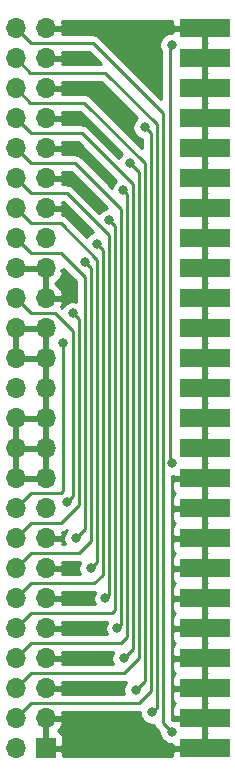
<source format=gbr>
%TF.GenerationSoftware,KiCad,Pcbnew,(5.1.8-0-10_14)*%
%TF.CreationDate,2021-06-08T16:32:41-06:00*%
%TF.ProjectId,scsi-50-flipper,73637369-2d35-4302-9d66-6c6970706572,rev?*%
%TF.SameCoordinates,Original*%
%TF.FileFunction,Copper,L1,Top*%
%TF.FilePolarity,Positive*%
%FSLAX46Y46*%
G04 Gerber Fmt 4.6, Leading zero omitted, Abs format (unit mm)*
G04 Created by KiCad (PCBNEW (5.1.8-0-10_14)) date 2021-06-08 16:32:41*
%MOMM*%
%LPD*%
G01*
G04 APERTURE LIST*
%TA.AperFunction,SMDPad,CuDef*%
%ADD10R,4.250000X1.524000*%
%TD*%
%TA.AperFunction,ComponentPad*%
%ADD11O,1.700000X1.700000*%
%TD*%
%TA.AperFunction,ComponentPad*%
%ADD12R,1.700000X1.700000*%
%TD*%
%TA.AperFunction,ViaPad*%
%ADD13C,0.800000*%
%TD*%
%TA.AperFunction,Conductor*%
%ADD14C,0.250000*%
%TD*%
%TA.AperFunction,Conductor*%
%ADD15C,0.254000*%
%TD*%
%TA.AperFunction,Conductor*%
%ADD16C,0.100000*%
%TD*%
G04 APERTURE END LIST*
D10*
%TO.P,J2,49*%
%TO.N,GND*%
X135890000Y-129286000D03*
%TO.P,J2,47*%
X135890000Y-126746000D03*
%TO.P,J2,45*%
X135890000Y-124206000D03*
%TO.P,J2,43*%
X135890000Y-121666000D03*
%TO.P,J2,41*%
X135890000Y-119126000D03*
%TO.P,J2,39*%
X135890000Y-116586000D03*
%TO.P,J2,37*%
X135890000Y-114046000D03*
%TO.P,J2,35*%
X135890000Y-111506000D03*
%TO.P,J2,33*%
X135890000Y-108966000D03*
%TO.P,J2,31*%
X135890000Y-106426000D03*
%TO.P,J2,29*%
X135890000Y-103886000D03*
%TO.P,J2,27*%
X135890000Y-101346000D03*
%TO.P,J2,25*%
X135890000Y-98806000D03*
%TO.P,J2,23*%
X135890000Y-96266000D03*
%TO.P,J2,21*%
X135890000Y-93726000D03*
%TO.P,J2,19*%
X135890000Y-91186000D03*
%TO.P,J2,17*%
X135890000Y-88646000D03*
%TO.P,J2,15*%
X135890000Y-86106000D03*
%TO.P,J2,13*%
X135890000Y-83566000D03*
%TO.P,J2,11*%
X135890000Y-81026000D03*
%TO.P,J2,9*%
X135890000Y-78486000D03*
%TO.P,J2,7*%
X135890000Y-75946000D03*
%TO.P,J2,5*%
X135890000Y-73406000D03*
%TO.P,J2,3*%
X135890000Y-70866000D03*
%TO.P,J2,1*%
X135890000Y-68326000D03*
%TD*%
D11*
%TO.P,J1,50*%
%TO.N,Net-(J1-Pad50)*%
X119888000Y-68326000D03*
%TO.P,J1,49*%
%TO.N,GND*%
X122428000Y-68326000D03*
%TO.P,J1,48*%
%TO.N,Net-(J1-Pad48)*%
X119888000Y-70866000D03*
%TO.P,J1,47*%
%TO.N,GND*%
X122428000Y-70866000D03*
%TO.P,J1,46*%
%TO.N,Net-(J1-Pad46)*%
X119888000Y-73406000D03*
%TO.P,J1,45*%
%TO.N,GND*%
X122428000Y-73406000D03*
%TO.P,J1,44*%
%TO.N,Net-(J1-Pad44)*%
X119888000Y-75946000D03*
%TO.P,J1,43*%
%TO.N,GND*%
X122428000Y-75946000D03*
%TO.P,J1,42*%
%TO.N,Net-(J1-Pad42)*%
X119888000Y-78486000D03*
%TO.P,J1,41*%
%TO.N,GND*%
X122428000Y-78486000D03*
%TO.P,J1,40*%
%TO.N,Net-(J1-Pad40)*%
X119888000Y-81026000D03*
%TO.P,J1,39*%
%TO.N,GND*%
X122428000Y-81026000D03*
%TO.P,J1,38*%
%TO.N,Net-(J1-Pad38)*%
X119888000Y-83566000D03*
%TO.P,J1,37*%
%TO.N,GND*%
X122428000Y-83566000D03*
%TO.P,J1,36*%
%TO.N,Net-(J1-Pad36)*%
X119888000Y-86106000D03*
%TO.P,J1,35*%
%TO.N,GND*%
X122428000Y-86106000D03*
%TO.P,J1,34*%
X119888000Y-88646000D03*
%TO.P,J1,33*%
X122428000Y-88646000D03*
%TO.P,J1,32*%
%TO.N,Net-(J1-Pad32)*%
X119888000Y-91186000D03*
%TO.P,J1,31*%
%TO.N,GND*%
X122428000Y-91186000D03*
%TO.P,J1,30*%
X119888000Y-93726000D03*
%TO.P,J1,29*%
X122428000Y-93726000D03*
%TO.P,J1,28*%
X119888000Y-96266000D03*
%TO.P,J1,27*%
X122428000Y-96266000D03*
%TO.P,J1,26*%
%TO.N,Net-(J1-Pad26)*%
X119888000Y-98806000D03*
%TO.P,J1,25*%
%TO.N,GND*%
X122428000Y-98806000D03*
%TO.P,J1,24*%
X119888000Y-101346000D03*
%TO.P,J1,23*%
X122428000Y-101346000D03*
%TO.P,J1,22*%
X119888000Y-103886000D03*
%TO.P,J1,21*%
X122428000Y-103886000D03*
%TO.P,J1,20*%
X119888000Y-106426000D03*
%TO.P,J1,19*%
X122428000Y-106426000D03*
%TO.P,J1,18*%
%TO.N,Net-(J1-Pad18)*%
X119888000Y-108966000D03*
%TO.P,J1,17*%
%TO.N,GND*%
X122428000Y-108966000D03*
%TO.P,J1,16*%
%TO.N,Net-(J1-Pad16)*%
X119888000Y-111506000D03*
%TO.P,J1,15*%
%TO.N,GND*%
X122428000Y-111506000D03*
%TO.P,J1,14*%
%TO.N,Net-(J1-Pad14)*%
X119888000Y-114046000D03*
%TO.P,J1,13*%
%TO.N,GND*%
X122428000Y-114046000D03*
%TO.P,J1,12*%
%TO.N,Net-(J1-Pad12)*%
X119888000Y-116586000D03*
%TO.P,J1,11*%
%TO.N,GND*%
X122428000Y-116586000D03*
%TO.P,J1,10*%
%TO.N,Net-(J1-Pad10)*%
X119888000Y-119126000D03*
%TO.P,J1,9*%
%TO.N,GND*%
X122428000Y-119126000D03*
%TO.P,J1,8*%
%TO.N,Net-(J1-Pad8)*%
X119888000Y-121666000D03*
%TO.P,J1,7*%
%TO.N,GND*%
X122428000Y-121666000D03*
%TO.P,J1,6*%
%TO.N,Net-(J1-Pad6)*%
X119888000Y-124206000D03*
%TO.P,J1,5*%
%TO.N,GND*%
X122428000Y-124206000D03*
%TO.P,J1,4*%
%TO.N,Net-(J1-Pad4)*%
X119888000Y-126746000D03*
%TO.P,J1,3*%
%TO.N,GND*%
X122428000Y-126746000D03*
%TO.P,J1,2*%
%TO.N,Net-(J1-Pad2)*%
X119888000Y-129286000D03*
D12*
%TO.P,J1,1*%
%TO.N,GND*%
X122428000Y-129286000D03*
%TD*%
D13*
%TO.N,Net-(J1-Pad50)*%
X133096000Y-127889000D03*
%TO.N,Net-(J1-Pad48)*%
X131445000Y-126238000D03*
%TO.N,Net-(J1-Pad46)*%
X130048000Y-124333000D03*
%TO.N,Net-(J1-Pad44)*%
X129032000Y-121666000D03*
%TO.N,Net-(J1-Pad42)*%
X128510990Y-119126000D03*
%TO.N,Net-(J1-Pad40)*%
X127494990Y-116586000D03*
%TO.N,Net-(J1-Pad38)*%
X126237996Y-114046000D03*
%TO.N,Net-(J1-Pad36)*%
X124967998Y-111506000D03*
%TO.N,Net-(J1-Pad32)*%
X124199495Y-108451495D03*
%TO.N,Net-(J1-Pad18)*%
X123938990Y-94996000D03*
%TO.N,Net-(J1-Pad16)*%
X124714000Y-92456000D03*
%TO.N,Net-(J1-Pad14)*%
X125730000Y-88138000D03*
%TO.N,Net-(J1-Pad12)*%
X126746000Y-86557124D03*
%TO.N,Net-(J1-Pad10)*%
X127762000Y-84582000D03*
%TO.N,Net-(J1-Pad8)*%
X129018990Y-82042000D03*
%TO.N,Net-(J1-Pad6)*%
X129540000Y-79756000D03*
%TO.N,Net-(J1-Pad4)*%
X130810000Y-76708000D03*
%TO.N,Net-(J1-Pad2)*%
X133096002Y-69723000D03*
X133109010Y-105156000D03*
%TD*%
D14*
%TO.N,Net-(J1-Pad50)*%
X133096000Y-127889000D02*
X133096000Y-127889000D01*
X132334000Y-75506588D02*
X132334000Y-127127000D01*
X119888000Y-68326000D02*
X121158000Y-69596000D01*
X121158000Y-69596000D02*
X126423412Y-69596000D01*
X132334000Y-127127000D02*
X133096000Y-127889000D01*
X126423412Y-69596000D02*
X132334000Y-75506588D01*
%TO.N,Net-(J1-Pad48)*%
X121113001Y-72091001D02*
X127463001Y-72091001D01*
X119888000Y-70866000D02*
X121113001Y-72091001D01*
X127463001Y-72091001D02*
X131826008Y-76454008D01*
X131826008Y-76454008D02*
X131826008Y-125856992D01*
X131826008Y-125856992D02*
X131445000Y-126238000D01*
%TO.N,Net-(J1-Pad46)*%
X130810000Y-123571000D02*
X130048000Y-124333000D01*
X125685001Y-74631001D02*
X130810000Y-79756000D01*
X119888000Y-73406000D02*
X121113001Y-74631001D01*
X130810000Y-79756000D02*
X130810000Y-123571000D01*
X121113001Y-74631001D02*
X125685001Y-74631001D01*
%TO.N,Net-(J1-Pad44)*%
X129431999Y-121266001D02*
X129032000Y-121666000D01*
X129794000Y-120904000D02*
X129431999Y-121266001D01*
X125476000Y-77216000D02*
X129794000Y-81534000D01*
X121158000Y-77216000D02*
X125476000Y-77216000D01*
X119888000Y-75946000D02*
X121158000Y-77216000D01*
X129794000Y-81534000D02*
X129794000Y-120904000D01*
%TO.N,Net-(J1-Pad42)*%
X121158000Y-79756000D02*
X124900081Y-79756000D01*
X128778000Y-118858990D02*
X128510990Y-119126000D01*
X128778000Y-83633919D02*
X128778000Y-118858990D01*
X124900081Y-79756000D02*
X128778000Y-83633919D01*
X119888000Y-78486000D02*
X121158000Y-79756000D01*
%TO.N,Net-(J1-Pad40)*%
X127762000Y-116318990D02*
X127494990Y-116586000D01*
X127762000Y-85852000D02*
X127762000Y-116318990D01*
X124206000Y-82296000D02*
X127762000Y-85852000D01*
X121158000Y-82296000D02*
X124206000Y-82296000D01*
X119888000Y-81026000D02*
X121158000Y-82296000D01*
%TO.N,Net-(J1-Pad38)*%
X126746000Y-113537996D02*
X126237996Y-114046000D01*
X126746000Y-88523004D02*
X126746000Y-113537996D01*
X123698000Y-84836000D02*
X126759002Y-87897002D01*
X126759002Y-87897002D02*
X126759002Y-88510002D01*
X126759002Y-88510002D02*
X126746000Y-88523004D01*
X121158000Y-84836000D02*
X123698000Y-84836000D01*
X119888000Y-83566000D02*
X121158000Y-84836000D01*
%TO.N,Net-(J1-Pad36)*%
X119888000Y-86106000D02*
X121158000Y-87376000D01*
X123698000Y-87376000D02*
X125730000Y-89408000D01*
X125730000Y-89408000D02*
X125730000Y-110743998D01*
X125730000Y-110743998D02*
X124967998Y-111506000D01*
X121158000Y-87376000D02*
X123698000Y-87376000D01*
%TO.N,Net-(J1-Pad32)*%
X124714000Y-93982002D02*
X124714000Y-107936990D01*
X121158000Y-92456000D02*
X123187998Y-92456000D01*
X119888000Y-91186000D02*
X121158000Y-92456000D01*
X123187998Y-92456000D02*
X124714000Y-93982002D01*
X124714000Y-107936990D02*
X124199495Y-108451495D01*
%TO.N,Net-(J1-Pad18)*%
X119888000Y-108966000D02*
X121158000Y-107696000D01*
X123938990Y-107455010D02*
X123938990Y-94996000D01*
X121158000Y-107696000D02*
X123698000Y-107696000D01*
X123698000Y-107696000D02*
X123938990Y-107455010D01*
%TO.N,Net-(J1-Pad16)*%
X119888000Y-111506000D02*
X121158000Y-110236000D01*
X121158000Y-110236000D02*
X123698000Y-110236000D01*
X125222000Y-108712000D02*
X125222000Y-92964000D01*
X123698000Y-110236000D02*
X125222000Y-108712000D01*
X125222000Y-92964000D02*
X124714000Y-92456000D01*
%TO.N,Net-(J1-Pad14)*%
X126238000Y-88646000D02*
X125730000Y-88138000D01*
X126238000Y-111760000D02*
X126238000Y-88646000D01*
X125222000Y-112776000D02*
X126238000Y-111760000D01*
X121158000Y-112776000D02*
X125222000Y-112776000D01*
X119888000Y-114046000D02*
X121158000Y-112776000D01*
%TO.N,Net-(J1-Pad12)*%
X127259013Y-87070137D02*
X126746000Y-86557124D01*
X127259013Y-114554000D02*
X127259013Y-87070137D01*
X127254000Y-114559013D02*
X127259013Y-114554000D01*
X127254000Y-113792000D02*
X127254000Y-114559013D01*
X126497013Y-115316000D02*
X127254000Y-114559013D01*
X121158000Y-115316000D02*
X126497013Y-115316000D01*
X119888000Y-116586000D02*
X121158000Y-115316000D01*
%TO.N,Net-(J1-Pad10)*%
X128270000Y-85090000D02*
X127762000Y-84582000D01*
X128270000Y-117602000D02*
X128270000Y-85090000D01*
X128016000Y-117856000D02*
X128270000Y-117602000D01*
X121158000Y-117856000D02*
X128016000Y-117856000D01*
X119888000Y-119126000D02*
X121158000Y-117856000D01*
%TO.N,Net-(J1-Pad8)*%
X129286000Y-82309010D02*
X129018990Y-82042000D01*
X128778000Y-120396000D02*
X129286000Y-119888000D01*
X119888000Y-121666000D02*
X121158000Y-120396000D01*
X121158000Y-120396000D02*
X128778000Y-120396000D01*
X129286000Y-119888000D02*
X129286000Y-82309010D01*
%TO.N,Net-(J1-Pad6)*%
X130302000Y-121666000D02*
X130302000Y-80518000D01*
X129032000Y-122936000D02*
X130302000Y-121666000D01*
X121158000Y-122936000D02*
X129032000Y-122936000D01*
X130302000Y-80518000D02*
X129540000Y-79756000D01*
X119888000Y-124206000D02*
X121158000Y-122936000D01*
%TO.N,Net-(J1-Pad4)*%
X131318000Y-124464002D02*
X131318000Y-77216000D01*
X130306002Y-125476000D02*
X131318000Y-124464002D01*
X131318000Y-77216000D02*
X130810000Y-76708000D01*
X121158000Y-125476000D02*
X130306002Y-125476000D01*
X119888000Y-126746000D02*
X121158000Y-125476000D01*
%TO.N,Net-(J1-Pad2)*%
X132969000Y-69850002D02*
X133096002Y-69723000D01*
X132969000Y-105015990D02*
X132969000Y-69850002D01*
X133109010Y-105156000D02*
X132969000Y-105015990D01*
%TO.N,GND*%
X135890000Y-68326000D02*
X134493000Y-68326000D01*
X122428000Y-81026000D02*
X122936000Y-81026000D01*
%TD*%
D15*
%TO.N,GND*%
X133130000Y-68040250D02*
X133288750Y-68199000D01*
X135763000Y-68199000D01*
X135763000Y-68179000D01*
X136017000Y-68179000D01*
X136017000Y-68199000D01*
X136037000Y-68199000D01*
X136037000Y-68453000D01*
X136017000Y-68453000D01*
X136017000Y-69564250D01*
X136048750Y-69596000D01*
X136017000Y-69627750D01*
X136017000Y-70739000D01*
X136037000Y-70739000D01*
X136037000Y-70993000D01*
X136017000Y-70993000D01*
X136017000Y-72104250D01*
X136048750Y-72136000D01*
X136017000Y-72167750D01*
X136017000Y-73279000D01*
X136037000Y-73279000D01*
X136037000Y-73533000D01*
X136017000Y-73533000D01*
X136017000Y-74644250D01*
X136048750Y-74676000D01*
X136017000Y-74707750D01*
X136017000Y-75819000D01*
X136037000Y-75819000D01*
X136037000Y-76073000D01*
X136017000Y-76073000D01*
X136017000Y-77184250D01*
X136048750Y-77216000D01*
X136017000Y-77247750D01*
X136017000Y-78359000D01*
X136037000Y-78359000D01*
X136037000Y-78613000D01*
X136017000Y-78613000D01*
X136017000Y-79724250D01*
X136048750Y-79756000D01*
X136017000Y-79787750D01*
X136017000Y-80899000D01*
X136037000Y-80899000D01*
X136037000Y-81153000D01*
X136017000Y-81153000D01*
X136017000Y-82264250D01*
X136048750Y-82296000D01*
X136017000Y-82327750D01*
X136017000Y-83439000D01*
X136037000Y-83439000D01*
X136037000Y-83693000D01*
X136017000Y-83693000D01*
X136017000Y-84804250D01*
X136048750Y-84836000D01*
X136017000Y-84867750D01*
X136017000Y-85979000D01*
X136037000Y-85979000D01*
X136037000Y-86233000D01*
X136017000Y-86233000D01*
X136017000Y-87344250D01*
X136048750Y-87376000D01*
X136017000Y-87407750D01*
X136017000Y-88519000D01*
X136037000Y-88519000D01*
X136037000Y-88773000D01*
X136017000Y-88773000D01*
X136017000Y-89884250D01*
X136048750Y-89916000D01*
X136017000Y-89947750D01*
X136017000Y-91059000D01*
X136037000Y-91059000D01*
X136037000Y-91313000D01*
X136017000Y-91313000D01*
X136017000Y-92424250D01*
X136048750Y-92456000D01*
X136017000Y-92487750D01*
X136017000Y-93599000D01*
X136037000Y-93599000D01*
X136037000Y-93853000D01*
X136017000Y-93853000D01*
X136017000Y-94964250D01*
X136048750Y-94996000D01*
X136017000Y-95027750D01*
X136017000Y-96139000D01*
X136037000Y-96139000D01*
X136037000Y-96393000D01*
X136017000Y-96393000D01*
X136017000Y-97504250D01*
X136048750Y-97536000D01*
X136017000Y-97567750D01*
X136017000Y-98679000D01*
X136037000Y-98679000D01*
X136037000Y-98933000D01*
X136017000Y-98933000D01*
X136017000Y-100044250D01*
X136048750Y-100076000D01*
X136017000Y-100107750D01*
X136017000Y-101219000D01*
X136037000Y-101219000D01*
X136037000Y-101473000D01*
X136017000Y-101473000D01*
X136017000Y-102584250D01*
X136048750Y-102616000D01*
X136017000Y-102647750D01*
X136017000Y-103759000D01*
X136037000Y-103759000D01*
X136037000Y-104013000D01*
X136017000Y-104013000D01*
X136017000Y-105124250D01*
X136048750Y-105156000D01*
X136017000Y-105187750D01*
X136017000Y-106299000D01*
X136037000Y-106299000D01*
X136037000Y-106553000D01*
X136017000Y-106553000D01*
X136017000Y-107664250D01*
X136048750Y-107696000D01*
X136017000Y-107727750D01*
X136017000Y-108839000D01*
X136037000Y-108839000D01*
X136037000Y-109093000D01*
X136017000Y-109093000D01*
X136017000Y-110204250D01*
X136048750Y-110236000D01*
X136017000Y-110267750D01*
X136017000Y-111379000D01*
X136037000Y-111379000D01*
X136037000Y-111633000D01*
X136017000Y-111633000D01*
X136017000Y-112744250D01*
X136048750Y-112776000D01*
X136017000Y-112807750D01*
X136017000Y-113919000D01*
X136037000Y-113919000D01*
X136037000Y-114173000D01*
X136017000Y-114173000D01*
X136017000Y-115284250D01*
X136048750Y-115316000D01*
X136017000Y-115347750D01*
X136017000Y-116459000D01*
X136037000Y-116459000D01*
X136037000Y-116713000D01*
X136017000Y-116713000D01*
X136017000Y-117824250D01*
X136048750Y-117856000D01*
X136017000Y-117887750D01*
X136017000Y-118999000D01*
X136037000Y-118999000D01*
X136037000Y-119253000D01*
X136017000Y-119253000D01*
X136017000Y-120364250D01*
X136048750Y-120396000D01*
X136017000Y-120427750D01*
X136017000Y-121539000D01*
X136037000Y-121539000D01*
X136037000Y-121793000D01*
X136017000Y-121793000D01*
X136017000Y-122904250D01*
X136048750Y-122936000D01*
X136017000Y-122967750D01*
X136017000Y-124079000D01*
X136037000Y-124079000D01*
X136037000Y-124333000D01*
X136017000Y-124333000D01*
X136017000Y-125444250D01*
X136048750Y-125476000D01*
X136017000Y-125507750D01*
X136017000Y-126619000D01*
X136037000Y-126619000D01*
X136037000Y-126873000D01*
X136017000Y-126873000D01*
X136017000Y-127984250D01*
X136048750Y-128016000D01*
X136017000Y-128047750D01*
X136017000Y-129159000D01*
X136037000Y-129159000D01*
X136037000Y-129413000D01*
X136017000Y-129413000D01*
X136017000Y-129433000D01*
X135763000Y-129433000D01*
X135763000Y-129413000D01*
X133288750Y-129413000D01*
X133130000Y-129571750D01*
X133127908Y-129896000D01*
X123914765Y-129896000D01*
X123913000Y-129571750D01*
X123754250Y-129413000D01*
X122555000Y-129413000D01*
X122555000Y-129433000D01*
X122301000Y-129433000D01*
X122301000Y-129413000D01*
X122281000Y-129413000D01*
X122281000Y-129159000D01*
X122301000Y-129159000D01*
X122301000Y-126873000D01*
X122555000Y-126873000D01*
X122555000Y-129159000D01*
X123754250Y-129159000D01*
X123913000Y-129000250D01*
X123916072Y-128436000D01*
X123903812Y-128311518D01*
X123867502Y-128191820D01*
X123808537Y-128081506D01*
X123729185Y-127984815D01*
X123632494Y-127905463D01*
X123522180Y-127846498D01*
X123441534Y-127822034D01*
X123525588Y-127746269D01*
X123699641Y-127512920D01*
X123824825Y-127250099D01*
X123869476Y-127102890D01*
X123748155Y-126873000D01*
X122555000Y-126873000D01*
X122301000Y-126873000D01*
X122281000Y-126873000D01*
X122281000Y-126619000D01*
X122301000Y-126619000D01*
X122301000Y-126599000D01*
X122555000Y-126599000D01*
X122555000Y-126619000D01*
X123748155Y-126619000D01*
X123869476Y-126389110D01*
X123824825Y-126241901D01*
X123822014Y-126236000D01*
X130268680Y-126236000D01*
X130306002Y-126239676D01*
X130343324Y-126236000D01*
X130343335Y-126236000D01*
X130410000Y-126229434D01*
X130410000Y-126339939D01*
X130449774Y-126539898D01*
X130527795Y-126728256D01*
X130641063Y-126897774D01*
X130785226Y-127041937D01*
X130954744Y-127155205D01*
X131143102Y-127233226D01*
X131343061Y-127273000D01*
X131546939Y-127273000D01*
X131583978Y-127265632D01*
X131584998Y-127275985D01*
X131628454Y-127419246D01*
X131699026Y-127551276D01*
X131765671Y-127632482D01*
X131794000Y-127667001D01*
X131822998Y-127690799D01*
X132061000Y-127928801D01*
X132061000Y-127990939D01*
X132100774Y-128190898D01*
X132178795Y-128379256D01*
X132292063Y-128548774D01*
X132436226Y-128692937D01*
X132605744Y-128806205D01*
X132794102Y-128884226D01*
X132994061Y-128924000D01*
X133129508Y-128924000D01*
X133130000Y-129000250D01*
X133288750Y-129159000D01*
X135763000Y-129159000D01*
X135763000Y-128047750D01*
X135731250Y-128016000D01*
X135763000Y-127984250D01*
X135763000Y-126873000D01*
X133293459Y-126873000D01*
X133197939Y-126854000D01*
X133135801Y-126854000D01*
X133094000Y-126812199D01*
X133094000Y-124968000D01*
X133126928Y-124968000D01*
X133139188Y-125092482D01*
X133175498Y-125212180D01*
X133234463Y-125322494D01*
X133313815Y-125419185D01*
X133383044Y-125476000D01*
X133313815Y-125532815D01*
X133234463Y-125629506D01*
X133175498Y-125739820D01*
X133139188Y-125859518D01*
X133126928Y-125984000D01*
X133130000Y-126460250D01*
X133288750Y-126619000D01*
X135763000Y-126619000D01*
X135763000Y-125507750D01*
X135731250Y-125476000D01*
X135763000Y-125444250D01*
X135763000Y-124333000D01*
X133288750Y-124333000D01*
X133130000Y-124491750D01*
X133126928Y-124968000D01*
X133094000Y-124968000D01*
X133094000Y-122428000D01*
X133126928Y-122428000D01*
X133139188Y-122552482D01*
X133175498Y-122672180D01*
X133234463Y-122782494D01*
X133313815Y-122879185D01*
X133383044Y-122936000D01*
X133313815Y-122992815D01*
X133234463Y-123089506D01*
X133175498Y-123199820D01*
X133139188Y-123319518D01*
X133126928Y-123444000D01*
X133130000Y-123920250D01*
X133288750Y-124079000D01*
X135763000Y-124079000D01*
X135763000Y-122967750D01*
X135731250Y-122936000D01*
X135763000Y-122904250D01*
X135763000Y-121793000D01*
X133288750Y-121793000D01*
X133130000Y-121951750D01*
X133126928Y-122428000D01*
X133094000Y-122428000D01*
X133094000Y-119888000D01*
X133126928Y-119888000D01*
X133139188Y-120012482D01*
X133175498Y-120132180D01*
X133234463Y-120242494D01*
X133313815Y-120339185D01*
X133383044Y-120396000D01*
X133313815Y-120452815D01*
X133234463Y-120549506D01*
X133175498Y-120659820D01*
X133139188Y-120779518D01*
X133126928Y-120904000D01*
X133130000Y-121380250D01*
X133288750Y-121539000D01*
X135763000Y-121539000D01*
X135763000Y-120427750D01*
X135731250Y-120396000D01*
X135763000Y-120364250D01*
X135763000Y-119253000D01*
X133288750Y-119253000D01*
X133130000Y-119411750D01*
X133126928Y-119888000D01*
X133094000Y-119888000D01*
X133094000Y-117348000D01*
X133126928Y-117348000D01*
X133139188Y-117472482D01*
X133175498Y-117592180D01*
X133234463Y-117702494D01*
X133313815Y-117799185D01*
X133383044Y-117856000D01*
X133313815Y-117912815D01*
X133234463Y-118009506D01*
X133175498Y-118119820D01*
X133139188Y-118239518D01*
X133126928Y-118364000D01*
X133130000Y-118840250D01*
X133288750Y-118999000D01*
X135763000Y-118999000D01*
X135763000Y-117887750D01*
X135731250Y-117856000D01*
X135763000Y-117824250D01*
X135763000Y-116713000D01*
X133288750Y-116713000D01*
X133130000Y-116871750D01*
X133126928Y-117348000D01*
X133094000Y-117348000D01*
X133094000Y-114808000D01*
X133126928Y-114808000D01*
X133139188Y-114932482D01*
X133175498Y-115052180D01*
X133234463Y-115162494D01*
X133313815Y-115259185D01*
X133383044Y-115316000D01*
X133313815Y-115372815D01*
X133234463Y-115469506D01*
X133175498Y-115579820D01*
X133139188Y-115699518D01*
X133126928Y-115824000D01*
X133130000Y-116300250D01*
X133288750Y-116459000D01*
X135763000Y-116459000D01*
X135763000Y-115347750D01*
X135731250Y-115316000D01*
X135763000Y-115284250D01*
X135763000Y-114173000D01*
X133288750Y-114173000D01*
X133130000Y-114331750D01*
X133126928Y-114808000D01*
X133094000Y-114808000D01*
X133094000Y-112268000D01*
X133126928Y-112268000D01*
X133139188Y-112392482D01*
X133175498Y-112512180D01*
X133234463Y-112622494D01*
X133313815Y-112719185D01*
X133383044Y-112776000D01*
X133313815Y-112832815D01*
X133234463Y-112929506D01*
X133175498Y-113039820D01*
X133139188Y-113159518D01*
X133126928Y-113284000D01*
X133130000Y-113760250D01*
X133288750Y-113919000D01*
X135763000Y-113919000D01*
X135763000Y-112807750D01*
X135731250Y-112776000D01*
X135763000Y-112744250D01*
X135763000Y-111633000D01*
X133288750Y-111633000D01*
X133130000Y-111791750D01*
X133126928Y-112268000D01*
X133094000Y-112268000D01*
X133094000Y-109728000D01*
X133126928Y-109728000D01*
X133139188Y-109852482D01*
X133175498Y-109972180D01*
X133234463Y-110082494D01*
X133313815Y-110179185D01*
X133383044Y-110236000D01*
X133313815Y-110292815D01*
X133234463Y-110389506D01*
X133175498Y-110499820D01*
X133139188Y-110619518D01*
X133126928Y-110744000D01*
X133130000Y-111220250D01*
X133288750Y-111379000D01*
X135763000Y-111379000D01*
X135763000Y-110267750D01*
X135731250Y-110236000D01*
X135763000Y-110204250D01*
X135763000Y-109093000D01*
X133288750Y-109093000D01*
X133130000Y-109251750D01*
X133126928Y-109728000D01*
X133094000Y-109728000D01*
X133094000Y-107188000D01*
X133126928Y-107188000D01*
X133139188Y-107312482D01*
X133175498Y-107432180D01*
X133234463Y-107542494D01*
X133313815Y-107639185D01*
X133383044Y-107696000D01*
X133313815Y-107752815D01*
X133234463Y-107849506D01*
X133175498Y-107959820D01*
X133139188Y-108079518D01*
X133126928Y-108204000D01*
X133130000Y-108680250D01*
X133288750Y-108839000D01*
X135763000Y-108839000D01*
X135763000Y-107727750D01*
X135731250Y-107696000D01*
X135763000Y-107664250D01*
X135763000Y-106553000D01*
X133288750Y-106553000D01*
X133130000Y-106711750D01*
X133126928Y-107188000D01*
X133094000Y-107188000D01*
X133094000Y-106191000D01*
X133180750Y-106191000D01*
X133288750Y-106299000D01*
X135763000Y-106299000D01*
X135763000Y-105187750D01*
X135731250Y-105156000D01*
X135763000Y-105124250D01*
X135763000Y-104013000D01*
X135743000Y-104013000D01*
X135743000Y-103759000D01*
X135763000Y-103759000D01*
X135763000Y-102647750D01*
X135731250Y-102616000D01*
X135763000Y-102584250D01*
X135763000Y-101473000D01*
X135743000Y-101473000D01*
X135743000Y-101219000D01*
X135763000Y-101219000D01*
X135763000Y-100107750D01*
X135731250Y-100076000D01*
X135763000Y-100044250D01*
X135763000Y-98933000D01*
X135743000Y-98933000D01*
X135743000Y-98679000D01*
X135763000Y-98679000D01*
X135763000Y-97567750D01*
X135731250Y-97536000D01*
X135763000Y-97504250D01*
X135763000Y-96393000D01*
X135743000Y-96393000D01*
X135743000Y-96139000D01*
X135763000Y-96139000D01*
X135763000Y-95027750D01*
X135731250Y-94996000D01*
X135763000Y-94964250D01*
X135763000Y-93853000D01*
X135743000Y-93853000D01*
X135743000Y-93599000D01*
X135763000Y-93599000D01*
X135763000Y-92487750D01*
X135731250Y-92456000D01*
X135763000Y-92424250D01*
X135763000Y-91313000D01*
X135743000Y-91313000D01*
X135743000Y-91059000D01*
X135763000Y-91059000D01*
X135763000Y-89947750D01*
X135731250Y-89916000D01*
X135763000Y-89884250D01*
X135763000Y-88773000D01*
X135743000Y-88773000D01*
X135743000Y-88519000D01*
X135763000Y-88519000D01*
X135763000Y-87407750D01*
X135731250Y-87376000D01*
X135763000Y-87344250D01*
X135763000Y-86233000D01*
X135743000Y-86233000D01*
X135743000Y-85979000D01*
X135763000Y-85979000D01*
X135763000Y-84867750D01*
X135731250Y-84836000D01*
X135763000Y-84804250D01*
X135763000Y-83693000D01*
X135743000Y-83693000D01*
X135743000Y-83439000D01*
X135763000Y-83439000D01*
X135763000Y-82327750D01*
X135731250Y-82296000D01*
X135763000Y-82264250D01*
X135763000Y-81153000D01*
X135743000Y-81153000D01*
X135743000Y-80899000D01*
X135763000Y-80899000D01*
X135763000Y-79787750D01*
X135731250Y-79756000D01*
X135763000Y-79724250D01*
X135763000Y-78613000D01*
X135743000Y-78613000D01*
X135743000Y-78359000D01*
X135763000Y-78359000D01*
X135763000Y-77247750D01*
X135731250Y-77216000D01*
X135763000Y-77184250D01*
X135763000Y-76073000D01*
X135743000Y-76073000D01*
X135743000Y-75819000D01*
X135763000Y-75819000D01*
X135763000Y-74707750D01*
X135731250Y-74676000D01*
X135763000Y-74644250D01*
X135763000Y-73533000D01*
X135743000Y-73533000D01*
X135743000Y-73279000D01*
X135763000Y-73279000D01*
X135763000Y-72167750D01*
X135731250Y-72136000D01*
X135763000Y-72104250D01*
X135763000Y-70993000D01*
X135743000Y-70993000D01*
X135743000Y-70739000D01*
X135763000Y-70739000D01*
X135763000Y-69627750D01*
X135731250Y-69596000D01*
X135763000Y-69564250D01*
X135763000Y-68453000D01*
X133288750Y-68453000D01*
X133130000Y-68611750D01*
X133129508Y-68688000D01*
X132994063Y-68688000D01*
X132794104Y-68727774D01*
X132605746Y-68805795D01*
X132436228Y-68919063D01*
X132292065Y-69063226D01*
X132178797Y-69232744D01*
X132100776Y-69421102D01*
X132061002Y-69621061D01*
X132061002Y-69824939D01*
X132100776Y-70024898D01*
X132178797Y-70213256D01*
X132209001Y-70258460D01*
X132209001Y-74306787D01*
X126987216Y-69085003D01*
X126963413Y-69055999D01*
X126847688Y-68961026D01*
X126715659Y-68890454D01*
X126572398Y-68846997D01*
X126460745Y-68836000D01*
X126460734Y-68836000D01*
X126423412Y-68832324D01*
X126386090Y-68836000D01*
X123822014Y-68836000D01*
X123824825Y-68830099D01*
X123869476Y-68682890D01*
X123748155Y-68453000D01*
X122555000Y-68453000D01*
X122555000Y-68473000D01*
X122301000Y-68473000D01*
X122301000Y-68453000D01*
X122281000Y-68453000D01*
X122281000Y-68199000D01*
X122301000Y-68199000D01*
X122301000Y-68179000D01*
X122555000Y-68179000D01*
X122555000Y-68199000D01*
X123748155Y-68199000D01*
X123869476Y-67969110D01*
X123824825Y-67821901D01*
X123774383Y-67716000D01*
X133127908Y-67716000D01*
X133130000Y-68040250D01*
%TA.AperFunction,Conductor*%
D16*
G36*
X133130000Y-68040250D02*
G01*
X133288750Y-68199000D01*
X135763000Y-68199000D01*
X135763000Y-68179000D01*
X136017000Y-68179000D01*
X136017000Y-68199000D01*
X136037000Y-68199000D01*
X136037000Y-68453000D01*
X136017000Y-68453000D01*
X136017000Y-69564250D01*
X136048750Y-69596000D01*
X136017000Y-69627750D01*
X136017000Y-70739000D01*
X136037000Y-70739000D01*
X136037000Y-70993000D01*
X136017000Y-70993000D01*
X136017000Y-72104250D01*
X136048750Y-72136000D01*
X136017000Y-72167750D01*
X136017000Y-73279000D01*
X136037000Y-73279000D01*
X136037000Y-73533000D01*
X136017000Y-73533000D01*
X136017000Y-74644250D01*
X136048750Y-74676000D01*
X136017000Y-74707750D01*
X136017000Y-75819000D01*
X136037000Y-75819000D01*
X136037000Y-76073000D01*
X136017000Y-76073000D01*
X136017000Y-77184250D01*
X136048750Y-77216000D01*
X136017000Y-77247750D01*
X136017000Y-78359000D01*
X136037000Y-78359000D01*
X136037000Y-78613000D01*
X136017000Y-78613000D01*
X136017000Y-79724250D01*
X136048750Y-79756000D01*
X136017000Y-79787750D01*
X136017000Y-80899000D01*
X136037000Y-80899000D01*
X136037000Y-81153000D01*
X136017000Y-81153000D01*
X136017000Y-82264250D01*
X136048750Y-82296000D01*
X136017000Y-82327750D01*
X136017000Y-83439000D01*
X136037000Y-83439000D01*
X136037000Y-83693000D01*
X136017000Y-83693000D01*
X136017000Y-84804250D01*
X136048750Y-84836000D01*
X136017000Y-84867750D01*
X136017000Y-85979000D01*
X136037000Y-85979000D01*
X136037000Y-86233000D01*
X136017000Y-86233000D01*
X136017000Y-87344250D01*
X136048750Y-87376000D01*
X136017000Y-87407750D01*
X136017000Y-88519000D01*
X136037000Y-88519000D01*
X136037000Y-88773000D01*
X136017000Y-88773000D01*
X136017000Y-89884250D01*
X136048750Y-89916000D01*
X136017000Y-89947750D01*
X136017000Y-91059000D01*
X136037000Y-91059000D01*
X136037000Y-91313000D01*
X136017000Y-91313000D01*
X136017000Y-92424250D01*
X136048750Y-92456000D01*
X136017000Y-92487750D01*
X136017000Y-93599000D01*
X136037000Y-93599000D01*
X136037000Y-93853000D01*
X136017000Y-93853000D01*
X136017000Y-94964250D01*
X136048750Y-94996000D01*
X136017000Y-95027750D01*
X136017000Y-96139000D01*
X136037000Y-96139000D01*
X136037000Y-96393000D01*
X136017000Y-96393000D01*
X136017000Y-97504250D01*
X136048750Y-97536000D01*
X136017000Y-97567750D01*
X136017000Y-98679000D01*
X136037000Y-98679000D01*
X136037000Y-98933000D01*
X136017000Y-98933000D01*
X136017000Y-100044250D01*
X136048750Y-100076000D01*
X136017000Y-100107750D01*
X136017000Y-101219000D01*
X136037000Y-101219000D01*
X136037000Y-101473000D01*
X136017000Y-101473000D01*
X136017000Y-102584250D01*
X136048750Y-102616000D01*
X136017000Y-102647750D01*
X136017000Y-103759000D01*
X136037000Y-103759000D01*
X136037000Y-104013000D01*
X136017000Y-104013000D01*
X136017000Y-105124250D01*
X136048750Y-105156000D01*
X136017000Y-105187750D01*
X136017000Y-106299000D01*
X136037000Y-106299000D01*
X136037000Y-106553000D01*
X136017000Y-106553000D01*
X136017000Y-107664250D01*
X136048750Y-107696000D01*
X136017000Y-107727750D01*
X136017000Y-108839000D01*
X136037000Y-108839000D01*
X136037000Y-109093000D01*
X136017000Y-109093000D01*
X136017000Y-110204250D01*
X136048750Y-110236000D01*
X136017000Y-110267750D01*
X136017000Y-111379000D01*
X136037000Y-111379000D01*
X136037000Y-111633000D01*
X136017000Y-111633000D01*
X136017000Y-112744250D01*
X136048750Y-112776000D01*
X136017000Y-112807750D01*
X136017000Y-113919000D01*
X136037000Y-113919000D01*
X136037000Y-114173000D01*
X136017000Y-114173000D01*
X136017000Y-115284250D01*
X136048750Y-115316000D01*
X136017000Y-115347750D01*
X136017000Y-116459000D01*
X136037000Y-116459000D01*
X136037000Y-116713000D01*
X136017000Y-116713000D01*
X136017000Y-117824250D01*
X136048750Y-117856000D01*
X136017000Y-117887750D01*
X136017000Y-118999000D01*
X136037000Y-118999000D01*
X136037000Y-119253000D01*
X136017000Y-119253000D01*
X136017000Y-120364250D01*
X136048750Y-120396000D01*
X136017000Y-120427750D01*
X136017000Y-121539000D01*
X136037000Y-121539000D01*
X136037000Y-121793000D01*
X136017000Y-121793000D01*
X136017000Y-122904250D01*
X136048750Y-122936000D01*
X136017000Y-122967750D01*
X136017000Y-124079000D01*
X136037000Y-124079000D01*
X136037000Y-124333000D01*
X136017000Y-124333000D01*
X136017000Y-125444250D01*
X136048750Y-125476000D01*
X136017000Y-125507750D01*
X136017000Y-126619000D01*
X136037000Y-126619000D01*
X136037000Y-126873000D01*
X136017000Y-126873000D01*
X136017000Y-127984250D01*
X136048750Y-128016000D01*
X136017000Y-128047750D01*
X136017000Y-129159000D01*
X136037000Y-129159000D01*
X136037000Y-129413000D01*
X136017000Y-129413000D01*
X136017000Y-129433000D01*
X135763000Y-129433000D01*
X135763000Y-129413000D01*
X133288750Y-129413000D01*
X133130000Y-129571750D01*
X133127908Y-129896000D01*
X123914765Y-129896000D01*
X123913000Y-129571750D01*
X123754250Y-129413000D01*
X122555000Y-129413000D01*
X122555000Y-129433000D01*
X122301000Y-129433000D01*
X122301000Y-129413000D01*
X122281000Y-129413000D01*
X122281000Y-129159000D01*
X122301000Y-129159000D01*
X122301000Y-126873000D01*
X122555000Y-126873000D01*
X122555000Y-129159000D01*
X123754250Y-129159000D01*
X123913000Y-129000250D01*
X123916072Y-128436000D01*
X123903812Y-128311518D01*
X123867502Y-128191820D01*
X123808537Y-128081506D01*
X123729185Y-127984815D01*
X123632494Y-127905463D01*
X123522180Y-127846498D01*
X123441534Y-127822034D01*
X123525588Y-127746269D01*
X123699641Y-127512920D01*
X123824825Y-127250099D01*
X123869476Y-127102890D01*
X123748155Y-126873000D01*
X122555000Y-126873000D01*
X122301000Y-126873000D01*
X122281000Y-126873000D01*
X122281000Y-126619000D01*
X122301000Y-126619000D01*
X122301000Y-126599000D01*
X122555000Y-126599000D01*
X122555000Y-126619000D01*
X123748155Y-126619000D01*
X123869476Y-126389110D01*
X123824825Y-126241901D01*
X123822014Y-126236000D01*
X130268680Y-126236000D01*
X130306002Y-126239676D01*
X130343324Y-126236000D01*
X130343335Y-126236000D01*
X130410000Y-126229434D01*
X130410000Y-126339939D01*
X130449774Y-126539898D01*
X130527795Y-126728256D01*
X130641063Y-126897774D01*
X130785226Y-127041937D01*
X130954744Y-127155205D01*
X131143102Y-127233226D01*
X131343061Y-127273000D01*
X131546939Y-127273000D01*
X131583978Y-127265632D01*
X131584998Y-127275985D01*
X131628454Y-127419246D01*
X131699026Y-127551276D01*
X131765671Y-127632482D01*
X131794000Y-127667001D01*
X131822998Y-127690799D01*
X132061000Y-127928801D01*
X132061000Y-127990939D01*
X132100774Y-128190898D01*
X132178795Y-128379256D01*
X132292063Y-128548774D01*
X132436226Y-128692937D01*
X132605744Y-128806205D01*
X132794102Y-128884226D01*
X132994061Y-128924000D01*
X133129508Y-128924000D01*
X133130000Y-129000250D01*
X133288750Y-129159000D01*
X135763000Y-129159000D01*
X135763000Y-128047750D01*
X135731250Y-128016000D01*
X135763000Y-127984250D01*
X135763000Y-126873000D01*
X133293459Y-126873000D01*
X133197939Y-126854000D01*
X133135801Y-126854000D01*
X133094000Y-126812199D01*
X133094000Y-124968000D01*
X133126928Y-124968000D01*
X133139188Y-125092482D01*
X133175498Y-125212180D01*
X133234463Y-125322494D01*
X133313815Y-125419185D01*
X133383044Y-125476000D01*
X133313815Y-125532815D01*
X133234463Y-125629506D01*
X133175498Y-125739820D01*
X133139188Y-125859518D01*
X133126928Y-125984000D01*
X133130000Y-126460250D01*
X133288750Y-126619000D01*
X135763000Y-126619000D01*
X135763000Y-125507750D01*
X135731250Y-125476000D01*
X135763000Y-125444250D01*
X135763000Y-124333000D01*
X133288750Y-124333000D01*
X133130000Y-124491750D01*
X133126928Y-124968000D01*
X133094000Y-124968000D01*
X133094000Y-122428000D01*
X133126928Y-122428000D01*
X133139188Y-122552482D01*
X133175498Y-122672180D01*
X133234463Y-122782494D01*
X133313815Y-122879185D01*
X133383044Y-122936000D01*
X133313815Y-122992815D01*
X133234463Y-123089506D01*
X133175498Y-123199820D01*
X133139188Y-123319518D01*
X133126928Y-123444000D01*
X133130000Y-123920250D01*
X133288750Y-124079000D01*
X135763000Y-124079000D01*
X135763000Y-122967750D01*
X135731250Y-122936000D01*
X135763000Y-122904250D01*
X135763000Y-121793000D01*
X133288750Y-121793000D01*
X133130000Y-121951750D01*
X133126928Y-122428000D01*
X133094000Y-122428000D01*
X133094000Y-119888000D01*
X133126928Y-119888000D01*
X133139188Y-120012482D01*
X133175498Y-120132180D01*
X133234463Y-120242494D01*
X133313815Y-120339185D01*
X133383044Y-120396000D01*
X133313815Y-120452815D01*
X133234463Y-120549506D01*
X133175498Y-120659820D01*
X133139188Y-120779518D01*
X133126928Y-120904000D01*
X133130000Y-121380250D01*
X133288750Y-121539000D01*
X135763000Y-121539000D01*
X135763000Y-120427750D01*
X135731250Y-120396000D01*
X135763000Y-120364250D01*
X135763000Y-119253000D01*
X133288750Y-119253000D01*
X133130000Y-119411750D01*
X133126928Y-119888000D01*
X133094000Y-119888000D01*
X133094000Y-117348000D01*
X133126928Y-117348000D01*
X133139188Y-117472482D01*
X133175498Y-117592180D01*
X133234463Y-117702494D01*
X133313815Y-117799185D01*
X133383044Y-117856000D01*
X133313815Y-117912815D01*
X133234463Y-118009506D01*
X133175498Y-118119820D01*
X133139188Y-118239518D01*
X133126928Y-118364000D01*
X133130000Y-118840250D01*
X133288750Y-118999000D01*
X135763000Y-118999000D01*
X135763000Y-117887750D01*
X135731250Y-117856000D01*
X135763000Y-117824250D01*
X135763000Y-116713000D01*
X133288750Y-116713000D01*
X133130000Y-116871750D01*
X133126928Y-117348000D01*
X133094000Y-117348000D01*
X133094000Y-114808000D01*
X133126928Y-114808000D01*
X133139188Y-114932482D01*
X133175498Y-115052180D01*
X133234463Y-115162494D01*
X133313815Y-115259185D01*
X133383044Y-115316000D01*
X133313815Y-115372815D01*
X133234463Y-115469506D01*
X133175498Y-115579820D01*
X133139188Y-115699518D01*
X133126928Y-115824000D01*
X133130000Y-116300250D01*
X133288750Y-116459000D01*
X135763000Y-116459000D01*
X135763000Y-115347750D01*
X135731250Y-115316000D01*
X135763000Y-115284250D01*
X135763000Y-114173000D01*
X133288750Y-114173000D01*
X133130000Y-114331750D01*
X133126928Y-114808000D01*
X133094000Y-114808000D01*
X133094000Y-112268000D01*
X133126928Y-112268000D01*
X133139188Y-112392482D01*
X133175498Y-112512180D01*
X133234463Y-112622494D01*
X133313815Y-112719185D01*
X133383044Y-112776000D01*
X133313815Y-112832815D01*
X133234463Y-112929506D01*
X133175498Y-113039820D01*
X133139188Y-113159518D01*
X133126928Y-113284000D01*
X133130000Y-113760250D01*
X133288750Y-113919000D01*
X135763000Y-113919000D01*
X135763000Y-112807750D01*
X135731250Y-112776000D01*
X135763000Y-112744250D01*
X135763000Y-111633000D01*
X133288750Y-111633000D01*
X133130000Y-111791750D01*
X133126928Y-112268000D01*
X133094000Y-112268000D01*
X133094000Y-109728000D01*
X133126928Y-109728000D01*
X133139188Y-109852482D01*
X133175498Y-109972180D01*
X133234463Y-110082494D01*
X133313815Y-110179185D01*
X133383044Y-110236000D01*
X133313815Y-110292815D01*
X133234463Y-110389506D01*
X133175498Y-110499820D01*
X133139188Y-110619518D01*
X133126928Y-110744000D01*
X133130000Y-111220250D01*
X133288750Y-111379000D01*
X135763000Y-111379000D01*
X135763000Y-110267750D01*
X135731250Y-110236000D01*
X135763000Y-110204250D01*
X135763000Y-109093000D01*
X133288750Y-109093000D01*
X133130000Y-109251750D01*
X133126928Y-109728000D01*
X133094000Y-109728000D01*
X133094000Y-107188000D01*
X133126928Y-107188000D01*
X133139188Y-107312482D01*
X133175498Y-107432180D01*
X133234463Y-107542494D01*
X133313815Y-107639185D01*
X133383044Y-107696000D01*
X133313815Y-107752815D01*
X133234463Y-107849506D01*
X133175498Y-107959820D01*
X133139188Y-108079518D01*
X133126928Y-108204000D01*
X133130000Y-108680250D01*
X133288750Y-108839000D01*
X135763000Y-108839000D01*
X135763000Y-107727750D01*
X135731250Y-107696000D01*
X135763000Y-107664250D01*
X135763000Y-106553000D01*
X133288750Y-106553000D01*
X133130000Y-106711750D01*
X133126928Y-107188000D01*
X133094000Y-107188000D01*
X133094000Y-106191000D01*
X133180750Y-106191000D01*
X133288750Y-106299000D01*
X135763000Y-106299000D01*
X135763000Y-105187750D01*
X135731250Y-105156000D01*
X135763000Y-105124250D01*
X135763000Y-104013000D01*
X135743000Y-104013000D01*
X135743000Y-103759000D01*
X135763000Y-103759000D01*
X135763000Y-102647750D01*
X135731250Y-102616000D01*
X135763000Y-102584250D01*
X135763000Y-101473000D01*
X135743000Y-101473000D01*
X135743000Y-101219000D01*
X135763000Y-101219000D01*
X135763000Y-100107750D01*
X135731250Y-100076000D01*
X135763000Y-100044250D01*
X135763000Y-98933000D01*
X135743000Y-98933000D01*
X135743000Y-98679000D01*
X135763000Y-98679000D01*
X135763000Y-97567750D01*
X135731250Y-97536000D01*
X135763000Y-97504250D01*
X135763000Y-96393000D01*
X135743000Y-96393000D01*
X135743000Y-96139000D01*
X135763000Y-96139000D01*
X135763000Y-95027750D01*
X135731250Y-94996000D01*
X135763000Y-94964250D01*
X135763000Y-93853000D01*
X135743000Y-93853000D01*
X135743000Y-93599000D01*
X135763000Y-93599000D01*
X135763000Y-92487750D01*
X135731250Y-92456000D01*
X135763000Y-92424250D01*
X135763000Y-91313000D01*
X135743000Y-91313000D01*
X135743000Y-91059000D01*
X135763000Y-91059000D01*
X135763000Y-89947750D01*
X135731250Y-89916000D01*
X135763000Y-89884250D01*
X135763000Y-88773000D01*
X135743000Y-88773000D01*
X135743000Y-88519000D01*
X135763000Y-88519000D01*
X135763000Y-87407750D01*
X135731250Y-87376000D01*
X135763000Y-87344250D01*
X135763000Y-86233000D01*
X135743000Y-86233000D01*
X135743000Y-85979000D01*
X135763000Y-85979000D01*
X135763000Y-84867750D01*
X135731250Y-84836000D01*
X135763000Y-84804250D01*
X135763000Y-83693000D01*
X135743000Y-83693000D01*
X135743000Y-83439000D01*
X135763000Y-83439000D01*
X135763000Y-82327750D01*
X135731250Y-82296000D01*
X135763000Y-82264250D01*
X135763000Y-81153000D01*
X135743000Y-81153000D01*
X135743000Y-80899000D01*
X135763000Y-80899000D01*
X135763000Y-79787750D01*
X135731250Y-79756000D01*
X135763000Y-79724250D01*
X135763000Y-78613000D01*
X135743000Y-78613000D01*
X135743000Y-78359000D01*
X135763000Y-78359000D01*
X135763000Y-77247750D01*
X135731250Y-77216000D01*
X135763000Y-77184250D01*
X135763000Y-76073000D01*
X135743000Y-76073000D01*
X135743000Y-75819000D01*
X135763000Y-75819000D01*
X135763000Y-74707750D01*
X135731250Y-74676000D01*
X135763000Y-74644250D01*
X135763000Y-73533000D01*
X135743000Y-73533000D01*
X135743000Y-73279000D01*
X135763000Y-73279000D01*
X135763000Y-72167750D01*
X135731250Y-72136000D01*
X135763000Y-72104250D01*
X135763000Y-70993000D01*
X135743000Y-70993000D01*
X135743000Y-70739000D01*
X135763000Y-70739000D01*
X135763000Y-69627750D01*
X135731250Y-69596000D01*
X135763000Y-69564250D01*
X135763000Y-68453000D01*
X133288750Y-68453000D01*
X133130000Y-68611750D01*
X133129508Y-68688000D01*
X132994063Y-68688000D01*
X132794104Y-68727774D01*
X132605746Y-68805795D01*
X132436228Y-68919063D01*
X132292065Y-69063226D01*
X132178797Y-69232744D01*
X132100776Y-69421102D01*
X132061002Y-69621061D01*
X132061002Y-69824939D01*
X132100776Y-70024898D01*
X132178797Y-70213256D01*
X132209001Y-70258460D01*
X132209001Y-74306787D01*
X126987216Y-69085003D01*
X126963413Y-69055999D01*
X126847688Y-68961026D01*
X126715659Y-68890454D01*
X126572398Y-68846997D01*
X126460745Y-68836000D01*
X126460734Y-68836000D01*
X126423412Y-68832324D01*
X126386090Y-68836000D01*
X123822014Y-68836000D01*
X123824825Y-68830099D01*
X123869476Y-68682890D01*
X123748155Y-68453000D01*
X122555000Y-68453000D01*
X122555000Y-68473000D01*
X122301000Y-68473000D01*
X122301000Y-68453000D01*
X122281000Y-68453000D01*
X122281000Y-68199000D01*
X122301000Y-68199000D01*
X122301000Y-68179000D01*
X122555000Y-68179000D01*
X122555000Y-68199000D01*
X123748155Y-68199000D01*
X123869476Y-67969110D01*
X123824825Y-67821901D01*
X123774383Y-67716000D01*
X133127908Y-67716000D01*
X133130000Y-68040250D01*
G37*
%TD.AperFunction*%
D15*
X129244063Y-123673226D02*
X129130795Y-123842744D01*
X129052774Y-124031102D01*
X129013000Y-124231061D01*
X129013000Y-124434939D01*
X129052774Y-124634898D01*
X129086368Y-124716000D01*
X123822014Y-124716000D01*
X123824825Y-124710099D01*
X123869476Y-124562890D01*
X123748155Y-124333000D01*
X122555000Y-124333000D01*
X122555000Y-124353000D01*
X122301000Y-124353000D01*
X122301000Y-124333000D01*
X122281000Y-124333000D01*
X122281000Y-124079000D01*
X122301000Y-124079000D01*
X122301000Y-124059000D01*
X122555000Y-124059000D01*
X122555000Y-124079000D01*
X123748155Y-124079000D01*
X123869476Y-123849110D01*
X123824825Y-123701901D01*
X123822014Y-123696000D01*
X128994678Y-123696000D01*
X129032000Y-123699676D01*
X129069322Y-123696000D01*
X129069333Y-123696000D01*
X129180986Y-123685003D01*
X129254623Y-123662666D01*
X129244063Y-123673226D01*
%TA.AperFunction,Conductor*%
D16*
G36*
X129244063Y-123673226D02*
G01*
X129130795Y-123842744D01*
X129052774Y-124031102D01*
X129013000Y-124231061D01*
X129013000Y-124434939D01*
X129052774Y-124634898D01*
X129086368Y-124716000D01*
X123822014Y-124716000D01*
X123824825Y-124710099D01*
X123869476Y-124562890D01*
X123748155Y-124333000D01*
X122555000Y-124333000D01*
X122555000Y-124353000D01*
X122301000Y-124353000D01*
X122301000Y-124333000D01*
X122281000Y-124333000D01*
X122281000Y-124079000D01*
X122301000Y-124079000D01*
X122301000Y-124059000D01*
X122555000Y-124059000D01*
X122555000Y-124079000D01*
X123748155Y-124079000D01*
X123869476Y-123849110D01*
X123824825Y-123701901D01*
X123822014Y-123696000D01*
X128994678Y-123696000D01*
X129032000Y-123699676D01*
X129069322Y-123696000D01*
X129069333Y-123696000D01*
X129180986Y-123685003D01*
X129254623Y-123662666D01*
X129244063Y-123673226D01*
G37*
%TD.AperFunction*%
D15*
X128114795Y-121175744D02*
X128036774Y-121364102D01*
X127997000Y-121564061D01*
X127997000Y-121767939D01*
X128036774Y-121967898D01*
X128114795Y-122156256D01*
X128127987Y-122176000D01*
X123822014Y-122176000D01*
X123824825Y-122170099D01*
X123869476Y-122022890D01*
X123748155Y-121793000D01*
X122555000Y-121793000D01*
X122555000Y-121813000D01*
X122301000Y-121813000D01*
X122301000Y-121793000D01*
X122281000Y-121793000D01*
X122281000Y-121539000D01*
X122301000Y-121539000D01*
X122301000Y-121519000D01*
X122555000Y-121519000D01*
X122555000Y-121539000D01*
X123748155Y-121539000D01*
X123869476Y-121309110D01*
X123824825Y-121161901D01*
X123822014Y-121156000D01*
X128127987Y-121156000D01*
X128114795Y-121175744D01*
%TA.AperFunction,Conductor*%
D16*
G36*
X128114795Y-121175744D02*
G01*
X128036774Y-121364102D01*
X127997000Y-121564061D01*
X127997000Y-121767939D01*
X128036774Y-121967898D01*
X128114795Y-122156256D01*
X128127987Y-122176000D01*
X123822014Y-122176000D01*
X123824825Y-122170099D01*
X123869476Y-122022890D01*
X123748155Y-121793000D01*
X122555000Y-121793000D01*
X122555000Y-121813000D01*
X122301000Y-121813000D01*
X122301000Y-121793000D01*
X122281000Y-121793000D01*
X122281000Y-121539000D01*
X122301000Y-121539000D01*
X122301000Y-121519000D01*
X122555000Y-121519000D01*
X122555000Y-121539000D01*
X123748155Y-121539000D01*
X123869476Y-121309110D01*
X123824825Y-121161901D01*
X123822014Y-121156000D01*
X128127987Y-121156000D01*
X128114795Y-121175744D01*
G37*
%TD.AperFunction*%
D15*
X127593785Y-118635744D02*
X127515764Y-118824102D01*
X127475990Y-119024061D01*
X127475990Y-119227939D01*
X127515764Y-119427898D01*
X127593785Y-119616256D01*
X127606977Y-119636000D01*
X123822014Y-119636000D01*
X123824825Y-119630099D01*
X123869476Y-119482890D01*
X123748155Y-119253000D01*
X122555000Y-119253000D01*
X122555000Y-119273000D01*
X122301000Y-119273000D01*
X122301000Y-119253000D01*
X122281000Y-119253000D01*
X122281000Y-118999000D01*
X122301000Y-118999000D01*
X122301000Y-118979000D01*
X122555000Y-118979000D01*
X122555000Y-118999000D01*
X123748155Y-118999000D01*
X123869476Y-118769110D01*
X123824825Y-118621901D01*
X123822014Y-118616000D01*
X127606977Y-118616000D01*
X127593785Y-118635744D01*
%TA.AperFunction,Conductor*%
D16*
G36*
X127593785Y-118635744D02*
G01*
X127515764Y-118824102D01*
X127475990Y-119024061D01*
X127475990Y-119227939D01*
X127515764Y-119427898D01*
X127593785Y-119616256D01*
X127606977Y-119636000D01*
X123822014Y-119636000D01*
X123824825Y-119630099D01*
X123869476Y-119482890D01*
X123748155Y-119253000D01*
X122555000Y-119253000D01*
X122555000Y-119273000D01*
X122301000Y-119273000D01*
X122301000Y-119253000D01*
X122281000Y-119253000D01*
X122281000Y-118999000D01*
X122301000Y-118999000D01*
X122301000Y-118979000D01*
X122555000Y-118979000D01*
X122555000Y-118999000D01*
X123748155Y-118999000D01*
X123869476Y-118769110D01*
X123824825Y-118621901D01*
X123822014Y-118616000D01*
X127606977Y-118616000D01*
X127593785Y-118635744D01*
G37*
%TD.AperFunction*%
D15*
X126577785Y-116095744D02*
X126499764Y-116284102D01*
X126459990Y-116484061D01*
X126459990Y-116687939D01*
X126499764Y-116887898D01*
X126577785Y-117076256D01*
X126590977Y-117096000D01*
X123822014Y-117096000D01*
X123824825Y-117090099D01*
X123869476Y-116942890D01*
X123748155Y-116713000D01*
X122555000Y-116713000D01*
X122555000Y-116733000D01*
X122301000Y-116733000D01*
X122301000Y-116713000D01*
X122281000Y-116713000D01*
X122281000Y-116459000D01*
X122301000Y-116459000D01*
X122301000Y-116439000D01*
X122555000Y-116439000D01*
X122555000Y-116459000D01*
X123748155Y-116459000D01*
X123869476Y-116229110D01*
X123824825Y-116081901D01*
X123822014Y-116076000D01*
X126459691Y-116076000D01*
X126497013Y-116079676D01*
X126534335Y-116076000D01*
X126534346Y-116076000D01*
X126594967Y-116070029D01*
X126577785Y-116095744D01*
%TA.AperFunction,Conductor*%
D16*
G36*
X126577785Y-116095744D02*
G01*
X126499764Y-116284102D01*
X126459990Y-116484061D01*
X126459990Y-116687939D01*
X126499764Y-116887898D01*
X126577785Y-117076256D01*
X126590977Y-117096000D01*
X123822014Y-117096000D01*
X123824825Y-117090099D01*
X123869476Y-116942890D01*
X123748155Y-116713000D01*
X122555000Y-116713000D01*
X122555000Y-116733000D01*
X122301000Y-116733000D01*
X122301000Y-116713000D01*
X122281000Y-116713000D01*
X122281000Y-116459000D01*
X122301000Y-116459000D01*
X122301000Y-116439000D01*
X122555000Y-116439000D01*
X122555000Y-116459000D01*
X123748155Y-116459000D01*
X123869476Y-116229110D01*
X123824825Y-116081901D01*
X123822014Y-116076000D01*
X126459691Y-116076000D01*
X126497013Y-116079676D01*
X126534335Y-116076000D01*
X126534346Y-116076000D01*
X126594967Y-116070029D01*
X126577785Y-116095744D01*
G37*
%TD.AperFunction*%
D15*
X125320791Y-113555744D02*
X125242770Y-113744102D01*
X125202996Y-113944061D01*
X125202996Y-114147939D01*
X125242770Y-114347898D01*
X125320791Y-114536256D01*
X125333983Y-114556000D01*
X123822014Y-114556000D01*
X123824825Y-114550099D01*
X123869476Y-114402890D01*
X123748155Y-114173000D01*
X122555000Y-114173000D01*
X122555000Y-114193000D01*
X122301000Y-114193000D01*
X122301000Y-114173000D01*
X122281000Y-114173000D01*
X122281000Y-113919000D01*
X122301000Y-113919000D01*
X122301000Y-113899000D01*
X122555000Y-113899000D01*
X122555000Y-113919000D01*
X123748155Y-113919000D01*
X123869476Y-113689110D01*
X123824825Y-113541901D01*
X123822014Y-113536000D01*
X125184678Y-113536000D01*
X125222000Y-113539676D01*
X125259322Y-113536000D01*
X125259333Y-113536000D01*
X125339242Y-113528130D01*
X125320791Y-113555744D01*
%TA.AperFunction,Conductor*%
D16*
G36*
X125320791Y-113555744D02*
G01*
X125242770Y-113744102D01*
X125202996Y-113944061D01*
X125202996Y-114147939D01*
X125242770Y-114347898D01*
X125320791Y-114536256D01*
X125333983Y-114556000D01*
X123822014Y-114556000D01*
X123824825Y-114550099D01*
X123869476Y-114402890D01*
X123748155Y-114173000D01*
X122555000Y-114173000D01*
X122555000Y-114193000D01*
X122301000Y-114193000D01*
X122301000Y-114173000D01*
X122281000Y-114173000D01*
X122281000Y-113919000D01*
X122301000Y-113919000D01*
X122301000Y-113899000D01*
X122555000Y-113899000D01*
X122555000Y-113919000D01*
X123748155Y-113919000D01*
X123869476Y-113689110D01*
X123824825Y-113541901D01*
X123822014Y-113536000D01*
X125184678Y-113536000D01*
X125222000Y-113539676D01*
X125259322Y-113536000D01*
X125259333Y-113536000D01*
X125339242Y-113528130D01*
X125320791Y-113555744D01*
G37*
%TD.AperFunction*%
D15*
X124164061Y-110846226D02*
X124050793Y-111015744D01*
X123972772Y-111204102D01*
X123932998Y-111404061D01*
X123932998Y-111607939D01*
X123972772Y-111807898D01*
X124050793Y-111996256D01*
X124063985Y-112016000D01*
X123822014Y-112016000D01*
X123824825Y-112010099D01*
X123869476Y-111862890D01*
X123748155Y-111633000D01*
X122555000Y-111633000D01*
X122555000Y-111653000D01*
X122301000Y-111653000D01*
X122301000Y-111633000D01*
X122281000Y-111633000D01*
X122281000Y-111379000D01*
X122301000Y-111379000D01*
X122301000Y-111359000D01*
X122555000Y-111359000D01*
X122555000Y-111379000D01*
X123748155Y-111379000D01*
X123869476Y-111149110D01*
X123824825Y-111001901D01*
X123818130Y-110987845D01*
X123846986Y-110985003D01*
X123990247Y-110941546D01*
X124122276Y-110870974D01*
X124217284Y-110793003D01*
X124164061Y-110846226D01*
%TA.AperFunction,Conductor*%
D16*
G36*
X124164061Y-110846226D02*
G01*
X124050793Y-111015744D01*
X123972772Y-111204102D01*
X123932998Y-111404061D01*
X123932998Y-111607939D01*
X123972772Y-111807898D01*
X124050793Y-111996256D01*
X124063985Y-112016000D01*
X123822014Y-112016000D01*
X123824825Y-112010099D01*
X123869476Y-111862890D01*
X123748155Y-111633000D01*
X122555000Y-111633000D01*
X122555000Y-111653000D01*
X122301000Y-111653000D01*
X122301000Y-111633000D01*
X122281000Y-111633000D01*
X122281000Y-111379000D01*
X122301000Y-111379000D01*
X122301000Y-111359000D01*
X122555000Y-111359000D01*
X122555000Y-111379000D01*
X123748155Y-111379000D01*
X123869476Y-111149110D01*
X123824825Y-111001901D01*
X123818130Y-110987845D01*
X123846986Y-110985003D01*
X123990247Y-110941546D01*
X124122276Y-110870974D01*
X124217284Y-110793003D01*
X124164061Y-110846226D01*
G37*
%TD.AperFunction*%
D15*
X122555000Y-108839000D02*
X122575000Y-108839000D01*
X122575000Y-109093000D01*
X122555000Y-109093000D01*
X122555000Y-109113000D01*
X122301000Y-109113000D01*
X122301000Y-109093000D01*
X122281000Y-109093000D01*
X122281000Y-108839000D01*
X122301000Y-108839000D01*
X122301000Y-108819000D01*
X122555000Y-108819000D01*
X122555000Y-108839000D01*
%TA.AperFunction,Conductor*%
D16*
G36*
X122555000Y-108839000D02*
G01*
X122575000Y-108839000D01*
X122575000Y-109093000D01*
X122555000Y-109093000D01*
X122555000Y-109113000D01*
X122301000Y-109113000D01*
X122301000Y-109093000D01*
X122281000Y-109093000D01*
X122281000Y-108839000D01*
X122301000Y-108839000D01*
X122301000Y-108819000D01*
X122555000Y-108819000D01*
X122555000Y-108839000D01*
G37*
%TD.AperFunction*%
D15*
X120015000Y-93599000D02*
X122301000Y-93599000D01*
X122301000Y-93579000D01*
X122555000Y-93579000D01*
X122555000Y-93599000D01*
X122575000Y-93599000D01*
X122575000Y-93853000D01*
X122555000Y-93853000D01*
X122555000Y-96139000D01*
X122575000Y-96139000D01*
X122575000Y-96393000D01*
X122555000Y-96393000D01*
X122555000Y-98679000D01*
X122575000Y-98679000D01*
X122575000Y-98933000D01*
X122555000Y-98933000D01*
X122555000Y-101219000D01*
X122575000Y-101219000D01*
X122575000Y-101473000D01*
X122555000Y-101473000D01*
X122555000Y-103759000D01*
X122575000Y-103759000D01*
X122575000Y-104013000D01*
X122555000Y-104013000D01*
X122555000Y-106299000D01*
X122575000Y-106299000D01*
X122575000Y-106553000D01*
X122555000Y-106553000D01*
X122555000Y-106573000D01*
X122301000Y-106573000D01*
X122301000Y-106553000D01*
X120015000Y-106553000D01*
X120015000Y-106573000D01*
X119761000Y-106573000D01*
X119761000Y-106553000D01*
X119741000Y-106553000D01*
X119741000Y-106299000D01*
X119761000Y-106299000D01*
X119761000Y-104013000D01*
X120015000Y-104013000D01*
X120015000Y-106299000D01*
X122301000Y-106299000D01*
X122301000Y-104013000D01*
X120015000Y-104013000D01*
X119761000Y-104013000D01*
X119741000Y-104013000D01*
X119741000Y-103759000D01*
X119761000Y-103759000D01*
X119761000Y-101473000D01*
X120015000Y-101473000D01*
X120015000Y-103759000D01*
X122301000Y-103759000D01*
X122301000Y-101473000D01*
X120015000Y-101473000D01*
X119761000Y-101473000D01*
X119741000Y-101473000D01*
X119741000Y-101219000D01*
X119761000Y-101219000D01*
X119761000Y-101199000D01*
X120015000Y-101199000D01*
X120015000Y-101219000D01*
X122301000Y-101219000D01*
X122301000Y-98933000D01*
X122281000Y-98933000D01*
X122281000Y-98679000D01*
X122301000Y-98679000D01*
X122301000Y-96393000D01*
X120015000Y-96393000D01*
X120015000Y-96413000D01*
X119761000Y-96413000D01*
X119761000Y-96393000D01*
X119741000Y-96393000D01*
X119741000Y-96139000D01*
X119761000Y-96139000D01*
X119761000Y-93853000D01*
X120015000Y-93853000D01*
X120015000Y-96139000D01*
X122301000Y-96139000D01*
X122301000Y-93853000D01*
X120015000Y-93853000D01*
X119761000Y-93853000D01*
X119741000Y-93853000D01*
X119741000Y-93599000D01*
X119761000Y-93599000D01*
X119761000Y-93579000D01*
X120015000Y-93579000D01*
X120015000Y-93599000D01*
%TA.AperFunction,Conductor*%
D16*
G36*
X120015000Y-93599000D02*
G01*
X122301000Y-93599000D01*
X122301000Y-93579000D01*
X122555000Y-93579000D01*
X122555000Y-93599000D01*
X122575000Y-93599000D01*
X122575000Y-93853000D01*
X122555000Y-93853000D01*
X122555000Y-96139000D01*
X122575000Y-96139000D01*
X122575000Y-96393000D01*
X122555000Y-96393000D01*
X122555000Y-98679000D01*
X122575000Y-98679000D01*
X122575000Y-98933000D01*
X122555000Y-98933000D01*
X122555000Y-101219000D01*
X122575000Y-101219000D01*
X122575000Y-101473000D01*
X122555000Y-101473000D01*
X122555000Y-103759000D01*
X122575000Y-103759000D01*
X122575000Y-104013000D01*
X122555000Y-104013000D01*
X122555000Y-106299000D01*
X122575000Y-106299000D01*
X122575000Y-106553000D01*
X122555000Y-106553000D01*
X122555000Y-106573000D01*
X122301000Y-106573000D01*
X122301000Y-106553000D01*
X120015000Y-106553000D01*
X120015000Y-106573000D01*
X119761000Y-106573000D01*
X119761000Y-106553000D01*
X119741000Y-106553000D01*
X119741000Y-106299000D01*
X119761000Y-106299000D01*
X119761000Y-104013000D01*
X120015000Y-104013000D01*
X120015000Y-106299000D01*
X122301000Y-106299000D01*
X122301000Y-104013000D01*
X120015000Y-104013000D01*
X119761000Y-104013000D01*
X119741000Y-104013000D01*
X119741000Y-103759000D01*
X119761000Y-103759000D01*
X119761000Y-101473000D01*
X120015000Y-101473000D01*
X120015000Y-103759000D01*
X122301000Y-103759000D01*
X122301000Y-101473000D01*
X120015000Y-101473000D01*
X119761000Y-101473000D01*
X119741000Y-101473000D01*
X119741000Y-101219000D01*
X119761000Y-101219000D01*
X119761000Y-101199000D01*
X120015000Y-101199000D01*
X120015000Y-101219000D01*
X122301000Y-101219000D01*
X122301000Y-98933000D01*
X122281000Y-98933000D01*
X122281000Y-98679000D01*
X122301000Y-98679000D01*
X122301000Y-96393000D01*
X120015000Y-96393000D01*
X120015000Y-96413000D01*
X119761000Y-96413000D01*
X119761000Y-96393000D01*
X119741000Y-96393000D01*
X119741000Y-96139000D01*
X119761000Y-96139000D01*
X119761000Y-93853000D01*
X120015000Y-93853000D01*
X120015000Y-96139000D01*
X122301000Y-96139000D01*
X122301000Y-93853000D01*
X120015000Y-93853000D01*
X119761000Y-93853000D01*
X119741000Y-93853000D01*
X119741000Y-93599000D01*
X119761000Y-93599000D01*
X119761000Y-93579000D01*
X120015000Y-93579000D01*
X120015000Y-93599000D01*
G37*
%TD.AperFunction*%
D15*
X120015000Y-88519000D02*
X122301000Y-88519000D01*
X122301000Y-88499000D01*
X122555000Y-88499000D01*
X122555000Y-88519000D01*
X122575000Y-88519000D01*
X122575000Y-88773000D01*
X122555000Y-88773000D01*
X122555000Y-91059000D01*
X123748155Y-91059000D01*
X123869476Y-90829110D01*
X123824825Y-90681901D01*
X123699641Y-90419080D01*
X123525588Y-90185731D01*
X123309355Y-89990822D01*
X123183745Y-89916000D01*
X123309355Y-89841178D01*
X123525588Y-89646269D01*
X123699641Y-89412920D01*
X123824825Y-89150099D01*
X123869476Y-89002890D01*
X123748156Y-88773002D01*
X123913000Y-88773002D01*
X123913000Y-88665801D01*
X124970000Y-89722802D01*
X124970000Y-91451644D01*
X124815939Y-91421000D01*
X124612061Y-91421000D01*
X124412102Y-91460774D01*
X124223744Y-91538795D01*
X124054226Y-91652063D01*
X123910063Y-91796226D01*
X123796795Y-91965744D01*
X123789692Y-91982893D01*
X123751802Y-91945003D01*
X123727999Y-91915999D01*
X123720254Y-91909643D01*
X123824825Y-91690099D01*
X123869476Y-91542890D01*
X123748155Y-91313000D01*
X122555000Y-91313000D01*
X122555000Y-91333000D01*
X122301000Y-91333000D01*
X122301000Y-91313000D01*
X122281000Y-91313000D01*
X122281000Y-91059000D01*
X122301000Y-91059000D01*
X122301000Y-88773000D01*
X120015000Y-88773000D01*
X120015000Y-88793000D01*
X119761000Y-88793000D01*
X119761000Y-88773000D01*
X119741000Y-88773000D01*
X119741000Y-88519000D01*
X119761000Y-88519000D01*
X119761000Y-88499000D01*
X120015000Y-88499000D01*
X120015000Y-88519000D01*
%TA.AperFunction,Conductor*%
D16*
G36*
X120015000Y-88519000D02*
G01*
X122301000Y-88519000D01*
X122301000Y-88499000D01*
X122555000Y-88499000D01*
X122555000Y-88519000D01*
X122575000Y-88519000D01*
X122575000Y-88773000D01*
X122555000Y-88773000D01*
X122555000Y-91059000D01*
X123748155Y-91059000D01*
X123869476Y-90829110D01*
X123824825Y-90681901D01*
X123699641Y-90419080D01*
X123525588Y-90185731D01*
X123309355Y-89990822D01*
X123183745Y-89916000D01*
X123309355Y-89841178D01*
X123525588Y-89646269D01*
X123699641Y-89412920D01*
X123824825Y-89150099D01*
X123869476Y-89002890D01*
X123748156Y-88773002D01*
X123913000Y-88773002D01*
X123913000Y-88665801D01*
X124970000Y-89722802D01*
X124970000Y-91451644D01*
X124815939Y-91421000D01*
X124612061Y-91421000D01*
X124412102Y-91460774D01*
X124223744Y-91538795D01*
X124054226Y-91652063D01*
X123910063Y-91796226D01*
X123796795Y-91965744D01*
X123789692Y-91982893D01*
X123751802Y-91945003D01*
X123727999Y-91915999D01*
X123720254Y-91909643D01*
X123824825Y-91690099D01*
X123869476Y-91542890D01*
X123748155Y-91313000D01*
X122555000Y-91313000D01*
X122555000Y-91333000D01*
X122301000Y-91333000D01*
X122301000Y-91313000D01*
X122281000Y-91313000D01*
X122281000Y-91059000D01*
X122301000Y-91059000D01*
X122301000Y-88773000D01*
X120015000Y-88773000D01*
X120015000Y-88793000D01*
X119761000Y-88793000D01*
X119761000Y-88773000D01*
X119741000Y-88773000D01*
X119741000Y-88519000D01*
X119761000Y-88519000D01*
X119761000Y-88499000D01*
X120015000Y-88499000D01*
X120015000Y-88519000D01*
G37*
%TD.AperFunction*%
D15*
X122555000Y-85979000D02*
X122575000Y-85979000D01*
X122575000Y-86233000D01*
X122555000Y-86233000D01*
X122555000Y-86253000D01*
X122301000Y-86253000D01*
X122301000Y-86233000D01*
X122281000Y-86233000D01*
X122281000Y-85979000D01*
X122301000Y-85979000D01*
X122301000Y-85959000D01*
X122555000Y-85959000D01*
X122555000Y-85979000D01*
%TA.AperFunction,Conductor*%
D16*
G36*
X122555000Y-85979000D02*
G01*
X122575000Y-85979000D01*
X122575000Y-86233000D01*
X122555000Y-86233000D01*
X122555000Y-86253000D01*
X122301000Y-86253000D01*
X122301000Y-86233000D01*
X122281000Y-86233000D01*
X122281000Y-85979000D01*
X122301000Y-85979000D01*
X122301000Y-85959000D01*
X122555000Y-85959000D01*
X122555000Y-85979000D01*
G37*
%TD.AperFunction*%
D15*
X126410863Y-85575666D02*
X126255744Y-85639919D01*
X126086226Y-85753187D01*
X125942063Y-85897350D01*
X125898840Y-85962038D01*
X124261804Y-84325003D01*
X124238001Y-84295999D01*
X124122276Y-84201026D01*
X123990247Y-84130454D01*
X123846986Y-84086997D01*
X123818130Y-84084155D01*
X123824825Y-84070099D01*
X123869476Y-83922890D01*
X123748155Y-83693000D01*
X122555000Y-83693000D01*
X122555000Y-83713000D01*
X122301000Y-83713000D01*
X122301000Y-83693000D01*
X122281000Y-83693000D01*
X122281000Y-83439000D01*
X122301000Y-83439000D01*
X122301000Y-83419000D01*
X122555000Y-83419000D01*
X122555000Y-83439000D01*
X123748155Y-83439000D01*
X123869476Y-83209110D01*
X123824825Y-83061901D01*
X123822014Y-83056000D01*
X123891199Y-83056000D01*
X126410863Y-85575666D01*
%TA.AperFunction,Conductor*%
D16*
G36*
X126410863Y-85575666D02*
G01*
X126255744Y-85639919D01*
X126086226Y-85753187D01*
X125942063Y-85897350D01*
X125898840Y-85962038D01*
X124261804Y-84325003D01*
X124238001Y-84295999D01*
X124122276Y-84201026D01*
X123990247Y-84130454D01*
X123846986Y-84086997D01*
X123818130Y-84084155D01*
X123824825Y-84070099D01*
X123869476Y-83922890D01*
X123748155Y-83693000D01*
X122555000Y-83693000D01*
X122555000Y-83713000D01*
X122301000Y-83713000D01*
X122301000Y-83693000D01*
X122281000Y-83693000D01*
X122281000Y-83439000D01*
X122301000Y-83439000D01*
X122301000Y-83419000D01*
X122555000Y-83419000D01*
X122555000Y-83439000D01*
X123748155Y-83439000D01*
X123869476Y-83209110D01*
X123824825Y-83061901D01*
X123822014Y-83056000D01*
X123891199Y-83056000D01*
X126410863Y-85575666D01*
G37*
%TD.AperFunction*%
D15*
X127623543Y-83554264D02*
X127460102Y-83586774D01*
X127271744Y-83664795D01*
X127102226Y-83778063D01*
X126958063Y-83922226D01*
X126937621Y-83952819D01*
X124769804Y-81785003D01*
X124746001Y-81755999D01*
X124630276Y-81661026D01*
X124498247Y-81590454D01*
X124354986Y-81546997D01*
X124243333Y-81536000D01*
X124243322Y-81536000D01*
X124206000Y-81532324D01*
X124168678Y-81536000D01*
X123822014Y-81536000D01*
X123824825Y-81530099D01*
X123869476Y-81382890D01*
X123748155Y-81153000D01*
X122555000Y-81153000D01*
X122555000Y-81173000D01*
X122301000Y-81173000D01*
X122301000Y-81153000D01*
X122281000Y-81153000D01*
X122281000Y-80899000D01*
X122301000Y-80899000D01*
X122301000Y-80879000D01*
X122555000Y-80879000D01*
X122555000Y-80899000D01*
X123748155Y-80899000D01*
X123869476Y-80669110D01*
X123824825Y-80521901D01*
X123822014Y-80516000D01*
X124585280Y-80516000D01*
X127623543Y-83554264D01*
%TA.AperFunction,Conductor*%
D16*
G36*
X127623543Y-83554264D02*
G01*
X127460102Y-83586774D01*
X127271744Y-83664795D01*
X127102226Y-83778063D01*
X126958063Y-83922226D01*
X126937621Y-83952819D01*
X124769804Y-81785003D01*
X124746001Y-81755999D01*
X124630276Y-81661026D01*
X124498247Y-81590454D01*
X124354986Y-81546997D01*
X124243333Y-81536000D01*
X124243322Y-81536000D01*
X124206000Y-81532324D01*
X124168678Y-81536000D01*
X123822014Y-81536000D01*
X123824825Y-81530099D01*
X123869476Y-81382890D01*
X123748155Y-81153000D01*
X122555000Y-81153000D01*
X122555000Y-81173000D01*
X122301000Y-81173000D01*
X122301000Y-81153000D01*
X122281000Y-81153000D01*
X122281000Y-80899000D01*
X122301000Y-80899000D01*
X122301000Y-80879000D01*
X122555000Y-80879000D01*
X122555000Y-80899000D01*
X123748155Y-80899000D01*
X123869476Y-80669110D01*
X123824825Y-80521901D01*
X123822014Y-80516000D01*
X124585280Y-80516000D01*
X127623543Y-83554264D01*
G37*
%TD.AperFunction*%
D15*
X128397608Y-81212410D02*
X128359216Y-81238063D01*
X128215053Y-81382226D01*
X128101785Y-81551744D01*
X128023764Y-81740102D01*
X128013016Y-81794134D01*
X125463885Y-79245003D01*
X125440082Y-79215999D01*
X125324357Y-79121026D01*
X125192328Y-79050454D01*
X125049067Y-79006997D01*
X124937414Y-78996000D01*
X124937403Y-78996000D01*
X124900081Y-78992324D01*
X124862759Y-78996000D01*
X123822014Y-78996000D01*
X123824825Y-78990099D01*
X123869476Y-78842890D01*
X123748155Y-78613000D01*
X122555000Y-78613000D01*
X122555000Y-78633000D01*
X122301000Y-78633000D01*
X122301000Y-78613000D01*
X122281000Y-78613000D01*
X122281000Y-78359000D01*
X122301000Y-78359000D01*
X122301000Y-78339000D01*
X122555000Y-78339000D01*
X122555000Y-78359000D01*
X123748155Y-78359000D01*
X123869476Y-78129110D01*
X123824825Y-77981901D01*
X123822014Y-77976000D01*
X125161199Y-77976000D01*
X128397608Y-81212410D01*
%TA.AperFunction,Conductor*%
D16*
G36*
X128397608Y-81212410D02*
G01*
X128359216Y-81238063D01*
X128215053Y-81382226D01*
X128101785Y-81551744D01*
X128023764Y-81740102D01*
X128013016Y-81794134D01*
X125463885Y-79245003D01*
X125440082Y-79215999D01*
X125324357Y-79121026D01*
X125192328Y-79050454D01*
X125049067Y-79006997D01*
X124937414Y-78996000D01*
X124937403Y-78996000D01*
X124900081Y-78992324D01*
X124862759Y-78996000D01*
X123822014Y-78996000D01*
X123824825Y-78990099D01*
X123869476Y-78842890D01*
X123748155Y-78613000D01*
X122555000Y-78613000D01*
X122555000Y-78633000D01*
X122301000Y-78633000D01*
X122301000Y-78613000D01*
X122281000Y-78613000D01*
X122281000Y-78359000D01*
X122301000Y-78359000D01*
X122301000Y-78339000D01*
X122555000Y-78339000D01*
X122555000Y-78359000D01*
X123748155Y-78359000D01*
X123869476Y-78129110D01*
X123824825Y-77981901D01*
X123822014Y-77976000D01*
X125161199Y-77976000D01*
X128397608Y-81212410D01*
G37*
%TD.AperFunction*%
D15*
X128910819Y-78931621D02*
X128880226Y-78952063D01*
X128736063Y-79096226D01*
X128622795Y-79265744D01*
X128616278Y-79281477D01*
X126039804Y-76705003D01*
X126016001Y-76675999D01*
X125900276Y-76581026D01*
X125768247Y-76510454D01*
X125624986Y-76466997D01*
X125513333Y-76456000D01*
X125513322Y-76456000D01*
X125476000Y-76452324D01*
X125438678Y-76456000D01*
X123822014Y-76456000D01*
X123824825Y-76450099D01*
X123869476Y-76302890D01*
X123748155Y-76073000D01*
X122555000Y-76073000D01*
X122555000Y-76093000D01*
X122301000Y-76093000D01*
X122301000Y-76073000D01*
X122281000Y-76073000D01*
X122281000Y-75819000D01*
X122301000Y-75819000D01*
X122301000Y-75799000D01*
X122555000Y-75799000D01*
X122555000Y-75819000D01*
X123748155Y-75819000D01*
X123869476Y-75589110D01*
X123824825Y-75441901D01*
X123800581Y-75391001D01*
X125370200Y-75391001D01*
X128910819Y-78931621D01*
%TA.AperFunction,Conductor*%
D16*
G36*
X128910819Y-78931621D02*
G01*
X128880226Y-78952063D01*
X128736063Y-79096226D01*
X128622795Y-79265744D01*
X128616278Y-79281477D01*
X126039804Y-76705003D01*
X126016001Y-76675999D01*
X125900276Y-76581026D01*
X125768247Y-76510454D01*
X125624986Y-76466997D01*
X125513333Y-76456000D01*
X125513322Y-76456000D01*
X125476000Y-76452324D01*
X125438678Y-76456000D01*
X123822014Y-76456000D01*
X123824825Y-76450099D01*
X123869476Y-76302890D01*
X123748155Y-76073000D01*
X122555000Y-76073000D01*
X122555000Y-76093000D01*
X122301000Y-76093000D01*
X122301000Y-76073000D01*
X122281000Y-76073000D01*
X122281000Y-75819000D01*
X122301000Y-75819000D01*
X122301000Y-75799000D01*
X122555000Y-75799000D01*
X122555000Y-75819000D01*
X123748155Y-75819000D01*
X123869476Y-75589110D01*
X123824825Y-75441901D01*
X123800581Y-75391001D01*
X125370200Y-75391001D01*
X128910819Y-78931621D01*
G37*
%TD.AperFunction*%
D15*
X130180819Y-75883621D02*
X130150226Y-75904063D01*
X130006063Y-76048226D01*
X129892795Y-76217744D01*
X129814774Y-76406102D01*
X129775000Y-76606061D01*
X129775000Y-76809939D01*
X129814774Y-77009898D01*
X129892795Y-77198256D01*
X130006063Y-77367774D01*
X130150226Y-77511937D01*
X130319744Y-77625205D01*
X130508102Y-77703226D01*
X130558001Y-77713151D01*
X130558001Y-78429199D01*
X126248805Y-74120004D01*
X126225002Y-74091000D01*
X126109277Y-73996027D01*
X125977248Y-73925455D01*
X125833987Y-73881998D01*
X125722334Y-73871001D01*
X125722323Y-73871001D01*
X125685001Y-73867325D01*
X125647679Y-73871001D01*
X123836684Y-73871001D01*
X123869476Y-73762890D01*
X123748155Y-73533000D01*
X122555000Y-73533000D01*
X122555000Y-73553000D01*
X122301000Y-73553000D01*
X122301000Y-73533000D01*
X122281000Y-73533000D01*
X122281000Y-73279000D01*
X122301000Y-73279000D01*
X122301000Y-73259000D01*
X122555000Y-73259000D01*
X122555000Y-73279000D01*
X123748155Y-73279000D01*
X123869476Y-73049110D01*
X123824825Y-72901901D01*
X123800581Y-72851001D01*
X127148200Y-72851001D01*
X130180819Y-75883621D01*
%TA.AperFunction,Conductor*%
D16*
G36*
X130180819Y-75883621D02*
G01*
X130150226Y-75904063D01*
X130006063Y-76048226D01*
X129892795Y-76217744D01*
X129814774Y-76406102D01*
X129775000Y-76606061D01*
X129775000Y-76809939D01*
X129814774Y-77009898D01*
X129892795Y-77198256D01*
X130006063Y-77367774D01*
X130150226Y-77511937D01*
X130319744Y-77625205D01*
X130508102Y-77703226D01*
X130558001Y-77713151D01*
X130558001Y-78429199D01*
X126248805Y-74120004D01*
X126225002Y-74091000D01*
X126109277Y-73996027D01*
X125977248Y-73925455D01*
X125833987Y-73881998D01*
X125722334Y-73871001D01*
X125722323Y-73871001D01*
X125685001Y-73867325D01*
X125647679Y-73871001D01*
X123836684Y-73871001D01*
X123869476Y-73762890D01*
X123748155Y-73533000D01*
X122555000Y-73533000D01*
X122555000Y-73553000D01*
X122301000Y-73553000D01*
X122301000Y-73533000D01*
X122281000Y-73533000D01*
X122281000Y-73279000D01*
X122301000Y-73279000D01*
X122301000Y-73259000D01*
X122555000Y-73259000D01*
X122555000Y-73279000D01*
X123748155Y-73279000D01*
X123869476Y-73049110D01*
X123824825Y-72901901D01*
X123800581Y-72851001D01*
X127148200Y-72851001D01*
X130180819Y-75883621D01*
G37*
%TD.AperFunction*%
D15*
X127083612Y-71331001D02*
X123836684Y-71331001D01*
X123869476Y-71222890D01*
X123748155Y-70993000D01*
X122555000Y-70993000D01*
X122555000Y-71013000D01*
X122301000Y-71013000D01*
X122301000Y-70993000D01*
X122281000Y-70993000D01*
X122281000Y-70739000D01*
X122301000Y-70739000D01*
X122301000Y-70719000D01*
X122555000Y-70719000D01*
X122555000Y-70739000D01*
X123748155Y-70739000D01*
X123869476Y-70509110D01*
X123824825Y-70361901D01*
X123822014Y-70356000D01*
X126108611Y-70356000D01*
X127083612Y-71331001D01*
%TA.AperFunction,Conductor*%
D16*
G36*
X127083612Y-71331001D02*
G01*
X123836684Y-71331001D01*
X123869476Y-71222890D01*
X123748155Y-70993000D01*
X122555000Y-70993000D01*
X122555000Y-71013000D01*
X122301000Y-71013000D01*
X122301000Y-70993000D01*
X122281000Y-70993000D01*
X122281000Y-70739000D01*
X122301000Y-70739000D01*
X122301000Y-70719000D01*
X122555000Y-70719000D01*
X122555000Y-70739000D01*
X123748155Y-70739000D01*
X123869476Y-70509110D01*
X123824825Y-70361901D01*
X123822014Y-70356000D01*
X126108611Y-70356000D01*
X127083612Y-71331001D01*
G37*
%TD.AperFunction*%
%TD*%
M02*

</source>
